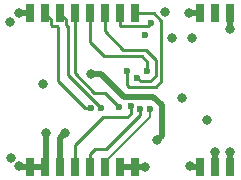
<source format=gbr>
%TF.GenerationSoftware,KiCad,Pcbnew,5.1.8-db9833491~87~ubuntu20.04.1*%
%TF.CreationDate,2020-11-23T16:47:10+01:00*%
%TF.ProjectId,rosalyn-sat,726f7361-6c79-46e2-9d73-61742e6b6963,v1.0*%
%TF.SameCoordinates,Original*%
%TF.FileFunction,Copper,L4,Bot*%
%TF.FilePolarity,Positive*%
%FSLAX46Y46*%
G04 Gerber Fmt 4.6, Leading zero omitted, Abs format (unit mm)*
G04 Created by KiCad (PCBNEW 5.1.8-db9833491~87~ubuntu20.04.1) date 2020-11-23 16:47:10*
%MOMM*%
%LPD*%
G01*
G04 APERTURE LIST*
%TA.AperFunction,SMDPad,CuDef*%
%ADD10R,0.750000X1.500000*%
%TD*%
%TA.AperFunction,ViaPad*%
%ADD11C,0.800000*%
%TD*%
%TA.AperFunction,ViaPad*%
%ADD12C,0.600000*%
%TD*%
%TA.AperFunction,Conductor*%
%ADD13C,0.500000*%
%TD*%
%TA.AperFunction,Conductor*%
%ADD14C,0.200000*%
%TD*%
%TA.AperFunction,Conductor*%
%ADD15C,0.250000*%
%TD*%
G04 APERTURE END LIST*
D10*
%TO.P,U2,22*%
%TO.N,GND*%
X159650000Y-93650000D03*
%TO.P,U2,21*%
%TO.N,N/C*%
X158380000Y-93650000D03*
%TO.P,U2,20*%
%TO.N,GND*%
X157110000Y-93650000D03*
%TO.P,U2,19*%
%TO.N,e22_nss*%
X151540000Y-93650000D03*
%TO.P,U2,18*%
%TO.N,spi_sck*%
X150270000Y-93650000D03*
%TO.P,U2,17*%
%TO.N,spi_mosi*%
X149000000Y-93650000D03*
%TO.P,U2,16*%
%TO.N,spi_miso*%
X147730000Y-93650000D03*
%TO.P,U2,15*%
%TO.N,e22_nrst*%
X146460000Y-93650000D03*
%TO.P,U2,14*%
%TO.N,e22_busy*%
X145190000Y-93650000D03*
%TO.P,U2,13*%
%TO.N,e22_dio1*%
X143920000Y-93650000D03*
%TO.P,U2,12*%
%TO.N,GND*%
X142650000Y-93650000D03*
%TO.P,U2,11*%
X142650000Y-106650000D03*
%TO.P,U2,10*%
X143920000Y-106650000D03*
%TO.P,U2,9*%
%TO.N,+3V3*%
X145190000Y-106650000D03*
%TO.P,U2,8*%
%TO.N,e22_dio2*%
X146460000Y-106650000D03*
%TO.P,U2,7*%
%TO.N,e22_txen*%
X147730000Y-106650000D03*
%TO.P,U2,6*%
%TO.N,e22_rxen*%
X149000000Y-106650000D03*
%TO.P,U2,5*%
%TO.N,GND*%
X150270000Y-106650000D03*
%TO.P,U2,4*%
X151540000Y-106650000D03*
%TO.P,U2,3*%
X157110000Y-106650000D03*
%TO.P,U2,2*%
X158380000Y-106650000D03*
%TO.P,U2,1*%
X159650000Y-106650000D03*
%TD*%
D11*
%TO.N,GND*%
X159650000Y-105400000D03*
X158380000Y-105400000D03*
X141770000Y-93640000D03*
D12*
X152450000Y-95500000D03*
D11*
X141759998Y-106600000D03*
X144080000Y-103760000D03*
X152400000Y-106649998D03*
X143800000Y-99640000D03*
X157640000Y-102680000D03*
X156240000Y-106610000D03*
X156139998Y-93650000D03*
X159650000Y-95000000D03*
X154684994Y-95740006D03*
X155520000Y-100810004D03*
D12*
%TO.N,spi_sck*%
X152940000Y-94460000D03*
%TO.N,spi_mosi*%
X151750000Y-99100000D03*
%TO.N,spi_miso*%
X152610000Y-98550000D03*
%TO.N,e22_rxen*%
X152850000Y-101760001D03*
D11*
%TO.N,+3V3*%
X154110000Y-93510000D03*
X145630000Y-103760000D03*
X141030000Y-94410000D03*
X141040000Y-105900000D03*
X156420000Y-95750002D03*
D12*
%TO.N,e22_dio1*%
X147810000Y-101659996D03*
%TO.N,e22_busy*%
X148680000Y-101670000D03*
%TO.N,e22_nrst*%
X150250000Y-101570000D03*
%TO.N,e22_nss*%
X150890000Y-98560000D03*
D11*
%TO.N,+5V*%
X147850000Y-98820000D03*
X153420000Y-104410000D03*
D12*
%TO.N,e22_dio2*%
X151210000Y-101520000D03*
%TO.N,e22_txen*%
X151994061Y-101755260D03*
%TD*%
D13*
%TO.N,GND*%
X142650000Y-106650000D02*
X143920000Y-106650000D01*
X159650000Y-106650000D02*
X159650000Y-105400000D01*
X158380000Y-106650000D02*
X158380000Y-105400000D01*
X141780000Y-93650000D02*
X141770000Y-93640000D01*
X142650000Y-93650000D02*
X141780000Y-93650000D01*
X142650000Y-106650000D02*
X141809998Y-106650000D01*
X141809998Y-106650000D02*
X141759998Y-106600000D01*
X144080000Y-106490000D02*
X143920000Y-106650000D01*
X144080000Y-103760000D02*
X144080000Y-106490000D01*
D14*
X152399998Y-106650000D02*
X152400000Y-106649998D01*
D13*
X151540000Y-106650000D02*
X152399998Y-106650000D01*
X150270000Y-106650000D02*
X151540000Y-106650000D01*
X157110000Y-106650000D02*
X156280000Y-106650000D01*
X156280000Y-106650000D02*
X156240000Y-106610000D01*
X157110000Y-93650000D02*
X156139998Y-93650000D01*
X159650000Y-93650000D02*
X159650000Y-95000000D01*
D15*
%TO.N,spi_sck*%
X152674999Y-94725001D02*
X152940000Y-94460000D01*
X150345001Y-94725001D02*
X152674999Y-94725001D01*
X150270000Y-94650000D02*
X150345001Y-94725001D01*
X150270000Y-93650000D02*
X150270000Y-94650000D01*
%TO.N,spi_mosi*%
X152049999Y-99399999D02*
X151750000Y-99100000D01*
X152880001Y-99399999D02*
X152049999Y-99399999D01*
X153350000Y-97590000D02*
X153350000Y-98930000D01*
X150570000Y-96740000D02*
X152500000Y-96740000D01*
X149000000Y-95170000D02*
X150570000Y-96740000D01*
X153350000Y-98930000D02*
X152880001Y-99399999D01*
X152500000Y-96740000D02*
X153350000Y-97590000D01*
X149000000Y-93650000D02*
X149000000Y-95170000D01*
%TO.N,spi_miso*%
X152610000Y-97750000D02*
X152610000Y-98550000D01*
X152150000Y-97290000D02*
X152610000Y-97750000D01*
X148910000Y-97290000D02*
X152150000Y-97290000D01*
X147730000Y-96110000D02*
X148910000Y-97290000D01*
X147730000Y-93650000D02*
X147730000Y-96110000D01*
D14*
%TO.N,e22_rxen*%
X149000000Y-106650000D02*
X149000000Y-106275000D01*
X149000000Y-106275000D02*
X152850000Y-102425000D01*
X152850000Y-102425000D02*
X152850000Y-101760001D01*
D13*
%TO.N,+3V3*%
X145190000Y-104200000D02*
X145190000Y-106650000D01*
X145630000Y-103760000D02*
X145190000Y-104200000D01*
D15*
%TO.N,e22_dio1*%
X145040000Y-99400000D02*
X147299996Y-101659996D01*
X147299996Y-101659996D02*
X147810000Y-101659996D01*
X145040000Y-94770000D02*
X145040000Y-99400000D01*
X144995001Y-94725001D02*
X145040000Y-94770000D01*
X144554999Y-94725001D02*
X144995001Y-94725001D01*
X144489999Y-94660001D02*
X144554999Y-94725001D01*
X144489999Y-94219999D02*
X144489999Y-94660001D01*
X143920000Y-93650000D02*
X144489999Y-94219999D01*
%TO.N,e22_busy*%
X148680000Y-101630000D02*
X148680000Y-101670000D01*
X145900000Y-98850000D02*
X148680000Y-101630000D01*
X145824999Y-94725001D02*
X145900000Y-94725001D01*
X145900000Y-94725001D02*
X145900000Y-98850000D01*
X145759999Y-94660001D02*
X145824999Y-94725001D01*
X145759999Y-94219999D02*
X145759999Y-94660001D01*
X145190000Y-93650000D02*
X145759999Y-94219999D01*
%TO.N,e22_nrst*%
X149054999Y-100374999D02*
X150250000Y-101570000D01*
X148094999Y-100374999D02*
X149054999Y-100374999D01*
X146460000Y-98740000D02*
X148094999Y-100374999D01*
X146460000Y-93650000D02*
X146460000Y-98740000D01*
%TO.N,e22_nss*%
X151090000Y-99900000D02*
X150890000Y-99700000D01*
X151540000Y-93650000D02*
X153150000Y-93650000D01*
X153320000Y-99900000D02*
X151090000Y-99900000D01*
X150890000Y-99700000D02*
X150890000Y-98560000D01*
X153804972Y-99415028D02*
X153320000Y-99900000D01*
X153804972Y-94304972D02*
X153804972Y-99415028D01*
X153150000Y-93650000D02*
X153804972Y-94304972D01*
D13*
%TO.N,+5V*%
X153819999Y-101449999D02*
X153819999Y-104010001D01*
X153100000Y-100730000D02*
X153819999Y-101449999D01*
X153819999Y-104010001D02*
X153420000Y-104410000D01*
X150646410Y-100730000D02*
X153100000Y-100730000D01*
X148736410Y-98820000D02*
X150646410Y-100730000D01*
X147850000Y-98820000D02*
X148736410Y-98820000D01*
D15*
%TO.N,e22_dio2*%
X146460000Y-106650000D02*
X146460000Y-104840000D01*
X146460000Y-104840000D02*
X148829279Y-102470721D01*
X148829279Y-102470721D02*
X150875008Y-102470721D01*
X150875008Y-102470721D02*
X151200008Y-102145721D01*
X151200008Y-101529992D02*
X151210000Y-101520000D01*
X151200008Y-102145721D02*
X151200008Y-101529992D01*
%TO.N,e22_txen*%
X147730000Y-105560000D02*
X147730000Y-106650000D01*
X148150000Y-105140000D02*
X147730000Y-105560000D01*
X151994061Y-102225939D02*
X149080000Y-105140000D01*
X149080000Y-105140000D02*
X148150000Y-105140000D01*
X151994061Y-101755260D02*
X151994061Y-102225939D01*
%TD*%
M02*

</source>
